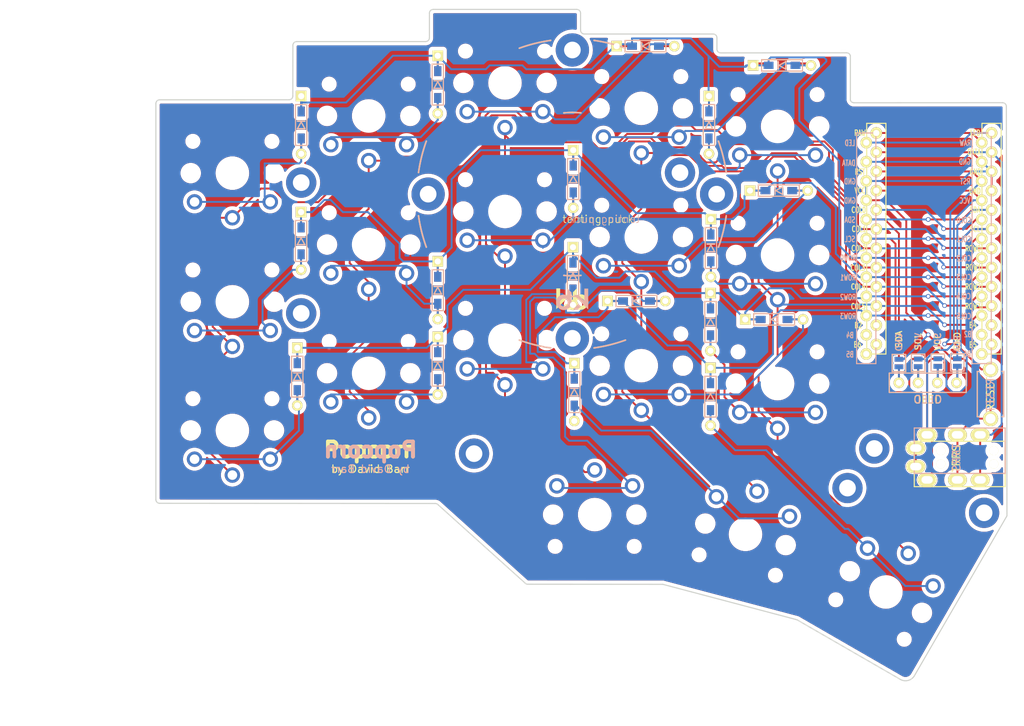
<source format=kicad_pcb>
(kicad_pcb (version 20211014) (generator pcbnew)
  (title_block (title "Popcorn") (date "2018-12-26") (rev "1.11") (company "David Barr"))
  (layers (0 "F.Cu" signal) (31 "B.Cu" signal) (34 "B.Paste" user) (35 "F.Paste" user) (36 "B.SilkS" user "B.Silkscreen") (37 "F.SilkS" user "F.Silkscreen") (38 "B.Mask" user) (39 "F.Mask" user) (44 "Edge.Cuts" user))
  (net 0 "")
  (net 1 "row0")
  (net 2 "row1")
  (net 3 "Net-(D2-Pad2)")
  (net 4 "row2")
  (net 5 "Net-(D3-Pad2)")
  (net 6 "row3")
  (net 7 "Net-(D4-Pad2)")
  (net 8 "Net-(D5-Pad2)")
  (net 9 "Net-(D6-Pad2)")
  (net 10 "Net-(D8-Pad2)")
  (net 11 "Net-(D9-Pad2)")
  (net 12 "Net-(D10-Pad2)")
  (net 13 "Net-(D11-Pad2)")
  (net 14 "Net-(D12-Pad2)")
  (net 15 "Net-(D14-Pad2)")
  (net 16 "Net-(D15-Pad2)")
  (net 17 "Net-(D16-Pad2)")
  (net 18 "Net-(D17-Pad2)")
  (net 19 "Net-(D18-Pad2)")
  (net 20 "Net-(D19-Pad2)")
  (net 21 "Net-(D20-Pad2)")
  (net 22 "Net-(D21-Pad2)")
  (net 23 "GND")
  (net 24 "VCC")
  (net 25 "col0")
  (net 26 "col1")
  (net 27 "col2")
  (net 28 "col3")
  (net 29 "col4")
  (net 30 "col5")
  (net 31 "LED")
  (net 32 "data")
  (net 33 "reset")
  (net 34 "SCL")
  (net 35 "SDA")
  (net 36 "Net-(U1-Pad14)")
  (net 37 "Net-(U1-Pad13)")
  (net 38 "Net-(U1-Pad12)")
  (net 39 "Net-(U1-Pad11)")
  (net 40 "Net-(J1-PadA)")
  (net 41 "Net-(U1-Pad24)")
  (footprint "kbd:D3_TH_SMD" (layer "F.Cu") (at 94.996 61.214 -90)
    (fp_text reference "D2" hide)
    (fp_text value "D" hide)
  )
  (footprint "kbd:D3_TH_SMD" (layer "F.Cu") (at 113.03 55.88 -90)
    (fp_text reference "D3" hide)
    (fp_text value "D" hide)
  )
  (footprint "kbd:D3_TH_SMD" (layer "F.Cu") (at 140.462 50.8)
    (fp_text reference "D4" hide)
    (fp_text value "D" hide)
  )
  (footprint "kbd:D3_TH_SMD" (layer "F.Cu") (at 158.496 53.34)
    (fp_text reference "D5" hide)
    (fp_text value "D" hide)
  )
  (footprint "kbd:D3_TH_SMD" (layer "F.Cu") (at 148.844 61.211 -90)
    (fp_text reference "D6" hide)
    (fp_text value "D" hide)
  )
  (footprint "kbd:D3_TH_SMD" (layer "F.Cu") (at 94.98 76.54 -90)
    (fp_text reference "D8" hide)
    (fp_text value "D" hide)
  )
  (footprint "kbd:D3_TH_SMD" (layer "F.Cu") (at 113.03 83.058 -90)
    (fp_text reference "D9" hide)
    (fp_text value "D" hide)
  )
  (footprint "kbd:D3_TH_SMD" (layer "F.Cu") (at 130.92 68.36 -90)
    (fp_text reference "D10" hide)
    (fp_text value "D" hide)
  )
  (footprint "kbd:D3_TH_SMD" (layer "F.Cu") (at 158.07 69.89)
    (fp_text reference "D11" hide)
    (fp_text value "D" hide)
  )
  (footprint "kbd:D3_TH_SMD" (layer "F.Cu") (at 149.098 77.47 -90)
    (fp_text reference "D12" hide)
    (fp_text value "D" hide)
  )
  (footprint "kbd:D3_TH_SMD" (layer "F.Cu") (at 94.48 94.475 -90)
    (fp_text reference "D14" hide)
    (fp_text value "D" hide)
  )
  (footprint "kbd:D3_TH_SMD" (layer "F.Cu") (at 113.03 93.025 -90)
    (fp_text reference "D15" hide)
    (fp_text value "D" hide)
  )
  (footprint "kbd:D3_TH_SMD" (layer "F.Cu") (at 130.89 81.18 -90)
    (fp_text reference "D16" hide)
    (fp_text value "D" hide)
  )
  (footprint "kbd:D3_TH_SMD" (layer "F.Cu") (at 157.45 86.91)
    (fp_text reference "D17" hide)
    (fp_text value "D" hide)
  )
  (footprint "kbd:D3_TH_SMD" (layer "F.Cu") (at 149.05 87.24 -90)
    (fp_text reference "D18" hide)
    (fp_text value "D" hide)
  )
  (footprint "kbd:D3_TH_SMD" (layer "F.Cu") (at 139.27 84.48)
    (fp_text reference "D19" hide)
    (fp_text value "D" hide)
  )
  (footprint "kbd:D3_TH_SMD" (layer "F.Cu") (at 131.064 96.52 -90)
    (fp_text reference "D20" hide)
    (fp_text value "D" hide)
  )
  (footprint "kbd:D3_TH_SMD" (layer "F.Cu") (at 149.05 97.12 -90)
    (fp_text reference "D21" hide)
    (fp_text value "D" hide)
  )
  (footprint "kbd:MJ-4PP-9" (layer "F.Cu") (at 187.96 106.012 -90)
    (fp_text reference "J1")
    (fp_text value "MJ-4PP-9" hide)
  )
  (footprint "chocs:SW_PG1350_reversible_b2" (layer "F.Cu") (at 85.91 67.58)
    (fp_text reference "SW2" hide)
    (fp_text value "SW_PUSH" hide)
  )
  (footprint "chocs:SW_PG1350_reversible_b2" (layer "F.Cu") (at 103.91 60.02)
    (fp_text reference "SW3" hide)
    (fp_text value "SW_PUSH" hide)
  )
  (footprint "chocs:SW_PG1350_reversible_b2" (layer "F.Cu") (at 121.91 55.66)
    (fp_text reference "SW4" hide)
    (fp_text value "SW_PUSH" hide)
  )
  (footprint "chocs:SW_PG1350_reversible_b2" (layer "F.Cu") (at 139.91 59.02)
    (fp_text reference "SW5" hide)
    (fp_text value "SW_PUSH" hide)
  )
  (footprint "chocs:SW_PG1350_reversible_b2" (layer "F.Cu") (at 157.91 61.4)
    (fp_text reference "SW6" hide)
    (fp_text value "SW_PUSH" hide)
  )
  (footprint "chocs:SW_PG1350_reversible_b2" (layer "F.Cu") (at 85.91 84.58)
    (fp_text reference "SW8" hide)
    (fp_text value "SW_PUSH" hide)
  )
  (footprint "chocs:SW_PG1350_reversible_b2" (layer "F.Cu") (at 103.91 77.02)
    (fp_text reference "SW9" hide)
    (fp_text value "SW_PUSH" hide)
  )
  (footprint "chocs:SW_PG1350_reversible_b2" (layer "F.Cu") (at 121.91 72.65)
    (fp_text reference "SW10" hide)
    (fp_text value "SW_PUSH" hide)
  )
  (footprint "chocs:SW_PG1350_reversible_b2" (layer "F.Cu") (at 139.91 76.02)
    (fp_text reference "SW11" hide)
    (fp_text value "SW_PUSH" hide)
  )
  (footprint "chocs:SW_PG1350_reversible_b2" (layer "F.Cu") (at 157.91 78.4)
    (fp_text reference "SW12" hide)
    (fp_text value "SW_PUSH" hide)
  )
  (footprint "chocs:SW_PG1350_reversible_b2" (layer "F.Cu") (at 85.91 101.585)
    (fp_text reference "SW14" hide)
    (fp_text value "SW_PUSH" hide)
  )
  (footprint "chocs:SW_PG1350_reversible_b2" (layer "F.Cu") (at 103.91 94.025)
    (fp_text reference "SW15" hide)
    (fp_text value "SW_PUSH" hide)
  )
  (footprint "chocs:SW_PG1350_reversible_b2" (layer "F.Cu") (at 121.91 89.65)
    (fp_text reference "SW16")
    (fp_text value "SW_PUSH" hide)
  )
  (footprint "chocs:SW_PG1350_reversible_b2" (layer "F.Cu") (at 139.91 93.025)
    (fp_text reference "SW17" hide)
    (fp_text value "SW_PUSH" hide)
  )
  (footprint "chocs:SW_PG1350_reversible_b2" (layer "F.Cu") (at 157.91 95.4)
    (fp_text reference "SW18" hide)
    (fp_text value "SW_PUSH" hide)
  )
  (footprint "chocs:SW_PG1350_reversible_b2" (layer "F.Cu") (at 133.758 112.706 180)
    (fp_text reference "SW19" hide)
    (fp_text value "SW_PUSH" hide)
  )
  (footprint "chocs:SW_PG1350_reversible_b2" (layer "F.Cu") (at 153.67 115.316 165)
    (fp_text reference "SW20" hide)
    (fp_text value "SW_PUSH" hide)
  )
  (footprint "Kailh:SW_PG1350_rev_DPB" (layer "F.Cu") (at 172.212 122.936 150)
    (fp_text reference "SW21" hide)
    (fp_text value "SW_PUSH" hide)
  )
  (footprint "kbd:ProMicro_v2" (layer "F.Cu") (at 178.51 76.752)
    (fp_text reference "U1" hide)
    (fp_text value "ProMicro" hide)
  )
  (footprint "foostan:Jumper" (layer "F.Cu") (at 179.07 92.622 -90)
    (fp_text reference "JP65" hide)
    (fp_text value "VCC")
  )
  (footprint "foostan:OLED" (layer "F.Cu") (at 173.93 95.282)
    (fp_text reference "J2")
    (fp_text value "OLED" hide)
  )
  (footprint "foostan:Jumper" (layer "F.Cu") (at 176.47 92.642 -90)
    (fp_text reference "JP63" hide)
    (fp_text value "SCL")
  )
  (footprint "foostan:Jumper" (layer "F.Cu") (at 173.93 92.672 -90)
    (fp_text reference "JP61" hide)
    (fp_text value " SDA")
  )
  (footprint "foostan:Jumper" (layer "F.Cu") (at 181.64 92.6124 -90)
    (fp_text reference "JP68" hide)
    (fp_text value "GND")
  )
  (footprint "kbd:ResetSW" (layer "F.Cu") (at 186.03 96.772 -90)
    (fp_text reference "RSW1" hide)
    (fp_text value "Val**")
  )
  (footprint "kbd:LEGO_HOLE" (layer "F.Cu") (at 170.68 103.972)
    (fp_text reference "h2" hide)
    (fp_text value "h2")
  )
  (footprint "kbd:LEGO_HOLE" (layer "F.Cu") (at 185.18 112.472)
    (fp_text reference "H1" hide)
    (fp_text value "h1")
  )
  (footprint "kbd:LEGO_HOLE" (layer "F.Cu") (at 94.996 68.834)
    (fp_text reference "h2" hide)
    (fp_text value "h2")
  )
  (footprint "kbd:LEGO_HOLE" (layer "F.Cu") (at 145.02 67.52)
    (fp_text reference "h2" hide)
    (fp_text value "h2")
  )
  (footprint "kbd:LEGO_HOLE" (layer "F.Cu") (at 117.82 104.65)
    (fp_text reference "h2" hide)
    (fp_text value "h2")
  )
  (footprint "kbd:LEGO_HOLE" (layer "F.Cu") (at 167.14 109.2)
    (fp_text reference "h2" hide)
    (fp_text value "h2")
  )
  (footprint "kbd:LEGO_HOLE" (layer "F.Cu") (at 94.996 86.106)
    (fp_text reference "h2" hide)
    (fp_text value "h2")
  )
  (footprint "kbd:Tenting_Puck2" (layer "F.Cu") (at 130.81 70.358)
    (fp_text reference "REF**")
    (fp_text value "Tenting Puck")
  )
  (footprint "foostan:Jumper" (layer "B.Cu") (at 176.48 92.652 -90)
    (fp_text reference "JP64" hide)
    (fp_text value "VCC")
  )
  (footprint "foostan:Jumper" (layer "B.Cu") (at 173.93 92.6816 -90)
    (fp_text reference "JP62" hide)
    (fp_text value "GND")
  )
  (footprint "foostan:Jumper" (layer "B.Cu") (at 181.64 92.602 -90)
    (fp_text reference "JP6" hide)
    (fp_text value " SDA")
  )
  (footprint "foostan:Jumper" (layer "B.Cu") (at 179.06 92.622 -90)
    (fp_text reference "JP66" hide)
    (fp_text value "SCL")
  )
  (gr_line (start 187.62 58.272) (end 167.999902 58.28202) (layer "Edge.Cuts") (width 0.15))
  (gr_line (start 93.39 57.89) (end 76.30552 57.89402) (layer "Edge.Cuts") (width 0.15))
  (gr_arc (start 112.7 111.24) (mid 112.878081 111.272788) (end 113.032807 111.366852) (layer "Edge.Cuts") (width 0.15))
  (gr_arc (start 124.845863 121.904977) (mid 124.696919 121.853443) (end 124.57 121.76) (layer "Edge.Cuts") (width 0.15))
  (gr_line (start 113.032807 111.366852) (end 124.57 121.76) (layer "Edge.Cuts") (width 0.15))
  (gr_arc (start 175.95 134.05) (mid 175.064806 134.640152) (end 174.021988 134.429491) (layer "Edge.Cuts") (width 0.15))
  (gr_arc (start 160.260512 126.549203) (mid 160.36294 126.575033) (end 160.46452 126.60402) (layer "Edge.Cuts") (width 0.15))
  (gr_line (start 175.95 134.05) (end 188.2 112.87) (layer "Edge.Cuts") (width 0.15))
  (gr_line (start 160.46452 126.60402) (end 174.021988 134.429491) (layer "Edge.Cuts") (width 0.15))
  (gr_line (start 142.748 121.92) (end 160.260512 126.549203) (layer "Edge.Cuts") (width 0.15))
  (gr_line (start 112.7 111.24) (end 76.30552 111.212) (layer "Edge.Cuts") (width 0.15))
  (gr_arc (start 167.03 51.68) (mid 167.346236 51.792708) (end 167.519902 52.08002) (layer "Edge.Cuts") (width 0.15))
  (gr_arc (start 167.999902 58.28202) (mid 167.699902 58.18202) (end 167.519902 57.92202) (layer "Edge.Cuts") (width 0.15))
  (gr_line (start 167.03 51.68) (end 150.39952 51.69402) (layer "Edge.Cuts") (width 0.15))
  (gr_arc (start 93.89 57.39) (mid 93.743553 57.743553) (end 93.39 57.89) (layer "Edge.Cuts") (width 0.15))
  (gr_arc (start 93.89952 50.69402) (mid 94.045967 50.340467) (end 94.39952 50.19402) (layer "Edge.Cuts") (width 0.15))
  (gr_line (start 131.38952 45.94402) (end 112.42952 45.94402) (layer "Edge.Cuts") (width 0.15))
  (gr_line (start 131.88952 48.69402) (end 131.88952 46.44402) (layer "Edge.Cuts") (width 0.15))
  (gr_line (start 149.39952 49.19402) (end 132.38952 49.19402) (layer "Edge.Cuts") (width 0.15))
  (gr_line (start 149.89952 51.19402) (end 149.89952 49.69402) (layer "Edge.Cuts") (width 0.15))
  (gr_line (start 93.89952 50.69402) (end 93.89 57.39) (layer "Edge.Cuts") (width 0.15))
  (gr_line (start 111.42952 50.19402) (end 94.39952 50.19402) (layer "Edge.Cuts") (width 0.15))
  (gr_line (start 111.92952 46.44402) (end 111.92952 49.69402) (layer "Edge.Cuts") (width 0.15))
  (gr_arc (start 111.92952 49.69402) (mid 111.783073 50.047573) (end 111.42952 50.19402) (layer "Edge.Cuts") (width 0.15))
  (gr_arc (start 111.92952 46.44402) (mid 112.075967 46.090467) (end 112.42952 45.94402) (layer "Edge.Cuts") (width 0.15))
  (gr_arc (start 131.38952 45.94402) (mid 131.743073 46.090467) (end 131.88952 46.44402) (layer "Edge.Cuts") (width 0.15))
  (gr_arc (start 132.38952 49.19402) (mid 132.035967 49.047573) (end 131.88952 48.69402) (layer "Edge.Cuts") (width 0.15))
  (gr_arc (start 149.39952 49.19402) (mid 149.753073 49.340467) (end 149.89952 49.69402) (layer "Edge.Cuts") (width 0.15))
  (gr_arc (start 150.39952 51.69402) (mid 150.045967 51.547573) (end 149.89952 51.19402) (layer "Edge.Cuts") (width 0.15))
  (gr_arc (start 187.62 58.272) (mid 187.973553 58.418447) (end 188.12 58.772) (layer "Edge.Cuts") (width 0.15))
  (gr_arc (start 75.80552 58.39402) (mid 75.951967 58.040467) (end 76.30552 57.89402) (layer "Edge.Cuts") (width 0.15))
  (gr_line (start 75.80552 110.712) (end 75.80552 58.39402) (layer "Edge.Cuts") (width 0.15))
  (gr_arc (start 76.30552 111.212) (mid 75.951967 111.065553) (end 75.80552 110.712) (layer "Edge.Cuts") (width 0.15))
  (gr_line (start 167.519902 52.08002) (end 167.519902 57.92202) (layer "Edge.Cuts") (width 0.15))
  (gr_line (start 124.845863 121.904977) (end 142.748 121.92) (layer "Edge.Cuts") (width 0.15))
  (gr_line (start 188.12 58.772) (end 188.2 112.87) (layer "Edge.Cuts") (width 0.15))
  (gr_text "Popcorn" (at 104.14 104.14) (layer "B.SilkS") (effects (font (size 2 2) (thickness 0.5)) (justify mirror)))
  (gr_text "by David Barr" (at 104.14 106.68) (layer "B.SilkS") (effects (font (size 1 1)) (justify mirror)))
  (gr_text "Popcorn" (at 104.14 104.14) (layer "F.SilkS") (effects (font (size 2 2) (thickness 0.5))))
  (gr_text "by David Barr" (at 104.14 106.68) (layer "F.SilkS") (effects (font (size 1 1))))
  (segment (start 182.328 78.784) (end 177.8 78.784) (width 0.25) (layer "F.Cu") (net 1))
  (segment (start 156.213 53.086) (end 154.178 53.086) (width 0.25) (layer "F.Cu") (net 1))
  (segment (start 94.996 57.404) (end 94.996 59.439) (width 0.25) (layer "F.Cu") (net 1))
  (segment (start 183.598 77.514) (end 182.328 78.784) (width 0.25) (layer "F.Cu") (net 1))
  (segment (start 148.844 57.401) (end 148.844 59.436) (width 0.25) (layer "F.Cu") (net 1))
  (segment (start 113.03 54.105) (end 113.03 52.07) (width 0.25) (layer "F.Cu") (net 1))
  (segment (start 138.687 50.8) (end 136.652 50.8) (width 0.25) (layer "F.Cu") (net 1))
  (segment (start 186.1664 77.514) (end 183.598 77.514) (width 0.25) (layer "F.Cu") (net 1))
  (via (at 177.8 78.784) (size 0.6) (drill 0.4) (layers "F.Cu" "B.Cu") (net 1))
  (segment (start 156.721 52.578) (end 157.013001 52.285999) (width 0.25) (layer "B.Cu") (net 1))
  (segment (start 164.338 52.578) (end 164.338 52.832) (width 0.25) (layer "B.Cu") (net 1))
  (segment (start 138.687 50.8) (end 138.687 49.781) (width 0.25) (layer "B.Cu") (net 1))
  (segment (start 150.2 53.52) (end 153.596 53.52) (width 0.25) (layer "B.Cu") (net 1))
  (segment (start 164.338 52.832) (end 160.774499 56.395501) (width 0.25) (layer "B.Cu") (net 1))
  (segment (start 166.05 77.15) (end 167.684 78.784) (width 0.25) (layer "B.Cu") (net 1))
  (segment (start 160.774499 56.395501) (end 160.774499 60.674499) (width 0.25) (layer "B.Cu") (net 1))
  (segment (start 113.03 54.105) (end 113.03 52.07) (width 0.25) (layer "B.Cu") (net 1))
  (segment (start 153.596 53.52) (end 153.744 53.52) (width 0.25) (layer "B.Cu") (net 1))
  (segment (start 167.684 78.784) (end 169.62 78.784) (width 0.25) (layer "B.Cu") (net 1))
  (segment (start 119.888 53.34) (end 124.206 53.34) (width 0.25) (layer "B.Cu") (net 1))
  (segment (start 124.206 53.34) (end 124.714 53.848) (width 0.25) (layer "B.Cu") (net 1))
  (segment (start 149.051 52.371) (end 150.2 53.52) (width 0.25) (layer "B.Cu") (net 1))
  (segment (start 148.844 59.436) (end 148.844 57.401) (width 0.25) (layer "B.Cu") (net 1))
  (segment (start 138.691501 49.776499) (end 146.456499 49.776499) (width 0.25) (layer "B.Cu") (net 1))
  (segment (start 138.687 49.781) (end 138.691501 49.776499) (width 0.25) (layer "B.Cu") (net 1))
  (segment (start 166.05 65.95) (end 166.05 77.15) (width 0.25) (layer "B.Cu") (net 1))
  (segment (start 124.714 53.848) (end 133.35 53.848) (width 0.25) (layer "B.Cu") (net 1))
  (segment (start 154.686 53.34) (end 153.776 53.34) (width 0.25) (layer "B.Cu") (net 1))
  (segment (start 114.808 53.848) (end 119.38 53.848) (width 0.25) (layer "B.Cu") (net 1))
  (segment (start 148.797 57.354) (end 148.844 57.401) (width 0.25) (layer "B.Cu") (net 1))
  (segment (start 156.721 53.34) (end 156.721 52.578) (width 0.25) (layer "B.Cu") (net 1))
  (segment (start 154.686 53.34) (end 156.721 53.34) (width 0.25) (layer "B.Cu") (net 1))
  (segment (start 133.35 53.848) (end 136.652 50.546) (width 0.25) (layer "B.Cu") (net 1))
  (segment (start 107.100334 52.07) (end 113.03 52.07) (width 0.25) (layer "B.Cu") (net 1))
  (segment (start 94.996 59.439) (end 94.996 57.404) (width 0.25) (layer "B.Cu") (net 1))
  (segment (start 157.013001 52.285999) (end 164.045999 52.285999) (width 0.25) (layer "B.Cu") (net 1))
  (segment (start 100.921167 58.249167) (end 107.100334 52.07) (width 0.25) (layer "B.Cu") (net 1))
  (segment (start 160.774499 60.674499) (end 163.842 63.742) (width 0.25) (layer "B.Cu") (net 1))
  (segment (start 169.62 78.784) (end 177.8 78.784) (width 0.25) (layer "B.Cu") (net 1))
  (segment (start 148.797 52.117) (end 148.797 57.354) (width 0.25) (layer "B.Cu") (net 1))
  (segment (start 94.996 58.42) (end 95.166833 58.249167) (width 0.25) (layer "B.Cu") (net 1))
  (segment (start 113.03 52.07) (end 114.808 53.848) (width 0.25) (layer "B.Cu") (net 1))
  (segment (start 95.166833 58.249167) (end 100.921167 58.249167) (width 0.25) (layer "B.Cu") (net 1))
  (segment (start 149.051 52.371) (end 148.89 52.21) (width 0.25) (layer "B.Cu") (net 1))
  (segment (start 119.38 53.848) (end 119.888 53.34) (width 0.25) (layer "B.Cu") (net 1))
  (segment (start 146.456499 49.776499) (end 148.797 52.117) (width 0.25) (layer "B.Cu") (net 1))
  (segment (start 164.045999 52.285999) (end 164.338 52.578) (width 0.25) (layer "B.Cu") (net 1))
  (segment (start 163.842 63.742) (end 166.05 65.95) (width 0.25) (layer "B.Cu") (net 1))
  (segment (start 148.75 52.07) (end 148.89 52.21) (width 0.25) (layer "B.Cu") (net 1))
  (segment (start 153.776 53.34) (end 153.596 53.52) (width 0.25) (layer "B.Cu") (net 1))
  (segment (start 136.652 50.546) (end 138.687 50.546) (width 0.25) (layer "B.Cu") (net 1))
  (segment (start 148.797 52.117) (end 149.051 52.371) (width 0.25) (layer "B.Cu") (net 1))
  (segment (start 113.03 81.283) (end 113.03 79.248) (width 0.25) (layer "F.Cu") (net 2))
  (segment (start 149.098 73.66) (end 149.098 75.695) (width 0.25) (layer "F.Cu") (net 2))
  (segment (start 94.98 74.765) (end 94.98 72.73) (width 0.25) (layer "F.Cu") (net 2))
  (segment (start 156.295 69.89) (end 154.26 69.89) (width 0.25) (layer "F.Cu") (net 2))
  (segment (start 183.852 80.054) (end 182.582 81.324) (width 0.25) (layer "F.Cu") (net 2))
  (segment (start 182.582 81.324) (end 177.8 81.324) (width 0.25) (layer "F.Cu") (net 2))
  (segment (start 186.1664 80.054) (end 183.852 80.054) (width 0.25) (layer "F.Cu") (net 2))
  (segment (start 130.92 64.55) (end 130.92 66.585) (width 0.25) (layer "F.Cu") (net 2))
  (via (at 177.8 81.324) (size 0.6) (drill 0.4) (layers "F.Cu" "B.Cu") (net 2))
  (segment (start 165.59999 72.095208) (end 162.371281 68.866499) (width 0.25) (layer "B.Cu") (net 2))
  (segment (start 149.098 73.66) (end 152.015954 73.66) (width 0.25) (layer "B.Cu") (net 2))
  (segment (start 153.539954 72.136) (end 153.539954 70.610046) (width 0.25) (layer "B.Cu") (net 2))
  (segment (start 96.434 72.73) (end 98.044 71.12) (width 0.25) (layer "B.Cu") (net 2))
  (segment (start 118.695 64.55) (end 114.8635 68.3815) (width 0.25) (layer "B.Cu") (net 2))
  (segment (start 130.92 64.55) (end 130.92 66.585) (width 0.25) (layer "B.Cu") (net 2))
  (segment (start 107.993341 76.918659) (end 107.993341 78.783341) (width 0.25) (layer "B.Cu") (net 2))
  (segment (start 148.303 72.865) (end 149.098 73.66) (width 0.25) (layer "B.Cu") (net 2))
  (segment (start 98.044 71.12) (end 98.888 71.12) (width 0.25) (layer "B.Cu") (net 2))
  (segment (start 165.59999 78.22399) (end 165.59999 72.095208) (width 0.25) (layer "B.Cu") (net 2))
  (segment (start 130.92 64.55) (end 118.695 64.55) (width 0.25) (layer "B.Cu") (net 2))
  (segment (start 130.92 64.55) (end 139.235 72.865) (width 0.25) (layer "B.Cu") (net 2))
  (segment (start 168.7 81.324) (end 165.59999 78.22399) (width 0.25) (layer "B.Cu") (net 2))
  (segment (start 94.98 72.73) (end 96.434 72.73) (width 0.25) (layer "B.Cu") (net 2))
  (segment (start 108.458 79.248) (end 113.03 79.248) (width 0.25) (layer "B.Cu") (net 2))
  (segment (start 114.8635 77.4145) (end 114.8635 68.3815) (width 0.25) (layer "B.Cu") (net 2))
  (segment (start 94.98 72.73) (end 94.98 74.765) (width 0.25) (layer "B.Cu") (net 2))
  (segment (start 98.888 71.12) (end 100.498 72.73) (width 0.25) (layer "B.Cu") (net 2))
  (segment (start 169.62 81.324) (end 177.8 81.324) (width 0.25) (layer "B.Cu") (net 2))
  (segment (start 113.03 79.248) (end 113.03 81.283) (width 0.25) (layer "B.Cu") (net 2))
  (segment (start 103.804682 72.73) (end 107.993341 76.918659) (width 0.25) (layer "B.Cu") (net 2))
  (segment (start 139.235 72.865) (end 148.303 72.865) (width 0.25) (layer "B.Cu") (net 2))
  (segment (start 113.03 79.248) (end 114.8635 77.4145) (width 0.25) (layer "B.Cu") (net 2))
  (segment (start 156.295 69.89) (end 154.26 69.89) (width 0.25) (layer "B.Cu") (net 2))
  (segment (start 100.498 72.73) (end 103.804682 72.73) (width 0.25) (layer "B.Cu") (net 2))
  (segment (start 169.62 81.324) (end 168.7 81.324) (width 0.25) (layer "B.Cu") (net 2))
  (segment (start 153.539954 70.610046) (end 154.26 69.89) (width 0.25) (layer "B.Cu") (net 2))
  (segment (start 107.993341 78.783341) (end 108.458 79.248) (width 0.25) (layer "B.Cu") (net 2))
  (segment (start 157.318501 68.866499) (end 156.295 69.89) (width 0.25) (layer "B.Cu") (net 2))
  (segment (start 162.371281 68.866499) (end 157.318501 68.866499) (width 0.25) (layer "B.Cu") (net 2))
  (segment (start 152.015954 73.66) (end 153.539954 72.136) (width 0.25) (layer "B.Cu") (net 2))
  (segment (start 149.098 73.66) (end 149.098 75.695) (width 0.25) (layer "B.Cu") (net 2))
  (segment (start 94.996 62.989) (end 94.996 65.024) (width 0.25) (layer "F.Cu") (net 3))
  (segment (start 94.996 66.056) (end 94.75 66.302) (width 0.25) (layer "B.Cu") (net 3))
  (segment (start 90.178 70.648) (end 90.91 71.38) (width 0.25) (layer "B.Cu") (net 3))
  (segment (start 94.75 66.302) (end 90.178 66.302) (width 0.25) (layer "B.Cu") (net 3))
  (segment (start 94.996 62.989) (end 94.996 65.024) (width 0.25) (layer "B.Cu") (net 3))
  (segment (start 90.178 66.302) (end 90.178 70.648) (width 0.25) (layer "B.Cu") (net 3))
  (segment (start 94.996 65.024) (end 94.996 66.056) (width 0.25) (layer "B.Cu") (net 3))
  (segment (start 90.91 71.38) (end 80.91 71.38) (width 0.25) (layer "B.Cu") (net 3))
  (segment (start 94.48 90.665) (end 94.48 92.7) (width 0.25) (layer "F.Cu") (net 4))
  (segment (start 149.05 83.43) (end 149.05 85.465) (width 0.25) (layer "F.Cu") (net 4))
  (segment (start 155.675 86.91) (end 153.64 86.91) (width 0.25) (layer "F.Cu") (net 4))
  (segment (start 186.1664 82.594) (end 184.106 82.594) (width 0.25) (layer "F.Cu") (net 4))
  (segment (start 184.106 82.594) (end 182.836 83.864) (width 0.25) (layer "F.Cu") (net 4))
  (segment (start 130.89 77.37) (end 130.89 79.405) (width 0.25) (layer "F.Cu") (net 4))
  (segment (start 182.836 83.864) (end 177.8 83.864) (width 0.25) (layer "F.Cu") (net 4))
  (segment (start 113.03 89.215) (end 113.03 91.25) (width 0.25) (layer "F.Cu") (net 4))
  (via (at 177.8 83.864) (size 0.6) (drill 0.4) (layers "F.Cu" "B.Cu") (net 4))
  (segment (start 133.9715 81.4) (end 137 81.4) (width 0.25) (layer "B.Cu") (net 4))
  (segment (start 130.89 77.37) (end 130.89 79.405) (width 0.25) (layer "B.Cu") (net 4))
  (segment (start 94.48 90.665) (end 111.58 90.665) (width 0.25) (layer "B.Cu") (net 4))
  (segment (start 111.58 90.665) (end 113.03 89.215) (width 0.25) (layer "B.Cu") (net 4))
  (segment (start 161 84.1) (end 163.296 84.1) (width 0.25) (layer "B.Cu") (net 4))
  (segment (start 130.89 78.3185) (end 133.9715 81.4) (width 0.25) (layer "B.Cu") (net 4))
  (segment (start 144.53 83.43) (end 149.05 83.43) (width 0.25) (layer "B.Cu") (net 4))
  (segment (start 153.64 85.9615) (end 156.8015 82.8) (width 0.25) (layer "B.Cu") (net 4))
  (segment (start 94.48 90.665) (end 94.48 92.7) (width 0.25) (layer "B.Cu") (net 4))
  (segment (start 156.8015 82.8) (end 159.7 82.8) (width 0.25) (layer "B.Cu") (net 4))
  (segment (start 149.05 85.465) (end 149.05 83.43) (width 0.25) (layer "B.Cu") (net 4))
  (segment (start 163.296 84.1) (end 169.384 84.1) (width 0.25) (layer "B.Cu") (net 4))
  (segment (start 116.4 83) (end 114.305 85.095) (width 0.25) (layer "B.Cu") (net 4))
  (segment (start 141.678999 80.578999) (end 144.53 83.43) (width 0.25) (layer "B.Cu") (net 4))
  (segment (start 153.64 86.91) (end 153.64 85.9615) (width 0.25) (layer "B.Cu") (net 4))
  (segment (start 114.305 85.095) (end 114.305 87.94) (width 0.25) (layer "B.Cu") (net 4))
  (segment (start 113.03 91.25) (end 113.03 89.215) (width 0.25) (layer "B.Cu") (net 4))
  (segment (start 137 81.4) (end 137.821001 80.578999) (width 0.25) (layer "B.Cu") (net 4))
  (segment (start 169.384 84.1) (end 169.62 83.864) (width 0.25) (layer "B.Cu") (net 4))
  (segment (start 130.89 77.37) (end 130.89 78.3185) (width 0.25) (layer "B.Cu") (net 4))
  (segment (start 169.62 83.864) (end 177.8 83.864) (width 0.25) (layer "B.Cu") (net 4))
  (segment (start 130.89 77.37) (end 125.26 83) (width 0.25) (layer "B.Cu") (net 4))
  (segment (start 114.305 87.94) (end 113.03 89.215) (width 0.25) (layer "B.Cu") (net 4))
  (segment (start 150.16 83.43) (end 153.64 86.91) (width 0.25) (layer "B.Cu") (net 4))
  (segment (start 159.7 82.8) (end 161 84.1) (width 0.25) (layer "B.Cu") (net 4))
  (segment (start 125.26 83) (end 116.4 83) (width 0.25) (layer "B.Cu") (net 4))
  (segment (start 137.821001 80.578999) (end 141.678999 80.578999) (width 0.25) (layer "B.Cu") (net 4))
  (segment (start 149.05 83.43) (end 150.16 83.43) (width 0.25) (layer "B.Cu") (net 4))
  (segment (start 155.675 86.91) (end 153.64 86.91) (width 0.25) (layer "B.Cu") (net 4))
  (segment (start 113.03 59.69) (end 113.03 57.655) (width 0.25) (layer "F.Cu") (net 5))
  (segment (start 113.03 60.57) (end 113.03 59.69) (width 0.25) (layer "B.Cu") (net 5))
  (segment (start 110.78 62.82) (end 113.03 60.57) (width 0.25) (layer "B.Cu") (net 5))
  (segment (start 98.91 62.82) (end 108.91 62.82) (width 0.25) (layer "B.Cu") (net 5))
  (segment (start 108.91 62.82) (end 110.78 62.82) (width 0.25) (layer "B.Cu") (net 5))
  (segment (start 113.03 59.69) (end 113.03 57.655) (width 0.25) (layer "B.Cu") (net 5))
  (segment (start 149.05 95.345) (end 149.05 93.31) (width 0.25) (layer "F.Cu") (net 6))
  (segment (start 185.983401 85.316999) (end 186.1664 85.134) (width 0.25) (layer "F.Cu") (net 6))
  (segment (start 131.064 92.71) (end 131.064 94.745) (width 0.25) (layer "F.Cu") (net 6))
  (segment (start 183.923001 85.316999) (end 185.983401 85.316999) (width 0.25) (layer "F.Cu") (net 6))
  (segment (start 137.495 84.48) (end 135.46 84.48) (width 0.25) (layer "F.Cu") (net 6))
  (segment (start 182.836 86.404) (end 183.923001 85.316999) (width 0.25) (layer "F.Cu") (net 6))
  (segment (start 177.8 86.404) (end 182.836 86.404) (width 0.25) (layer "F.Cu") (net 6))
  (via (at 177.8 86.404) (size 0.6) (drill 0.4) (layers "F.Cu" "B.Cu") (net 6))
  (segment (start 134.259501 86.628999) (end 128.509001 86.628999) (width 0.25) (layer "B.Cu") (net 6))
  (segment (start 137.495 84.48) (end 143.382 90.367) (width 0.25) (layer "B.Cu") (net 6))
  (segment (start 157.3 86.7) (end 158.3 85.7) (width 0.25) (layer "B.Cu") (net 6))
  (segment (start 128.552433 91.214433) (end 130.048 92.71) (width 0.25) (layer "B.Cu") (net 6))
  (segment (start 126.234099 88.903901) (end 126.234099 91.214433) (width 0.25) (layer "B.Cu") (net 6))
  (segment (start 135.46 84.48) (end 135.46 85.4285) (width 0.25) (layer "B.Cu") (net 6))
  (segment (start 130.048 92.71) (end 131.064 92.71) (width 0.25) (layer "B.Cu") (net 6))
  (segment (start 126.234099 91.214433) (end 128.552433 91.214433) (width 0.25) (layer "B.Cu") (net 6))
  (segment (start 168.916 85.7) (end 169.62 86.404) (width 0.25) (layer "B.Cu") (net 6))
  (segment (start 135.46 85.4285) (end 134.259501 86.628999) (width 0.25) (layer "B.Cu") (net 6))
  (segment (start 149.05 93.31) (end 155.49 93.31) (width 0.25) (layer "B.Cu") (net 6))
  (segment (start 157.3 91.5) (end 157.3 86.7) (width 0.25) (layer "B.Cu") (net 6))
  (segment (start 149.05 95.345) (end 149.05 93.31) (width 0.25) (layer "B.Cu") (net 6))
  (segment (start 137.495 84.48) (end 135.46 84.48) (width 0.25) (layer "B.Cu") (net 6))
  (segment (start 128.509001 86.628999) (end 126.234099 88.903901) (width 0.25) (layer "B.Cu") (net 6))
  (segment (start 146.107 90.367) (end 149.05 93.31) (width 0.25) (layer "B.Cu") (net 6))
  (segment (start 158.3 85.7) (end 168.916 85.7) (width 0.25) (layer "B.Cu") (net 6))
  (segment (start 169.62 86.404) (end 177.8 86.404) (width 0.25) (layer "B.Cu") (net 6))
  (segment (start 143.382 90.367) (end 146.107 90.367) (width 0.25) (layer "B.Cu") (net 6))
  (segment (start 155.49 93.31) (end 157.3 91.5) (width 0.25) (layer "B.Cu") (net 6))
  (segment (start 131.064 92.71) (end 131.064 94.745) (width 0.25) (layer "B.Cu") (net 6))
  (segment (start 142.237 50.8) (end 144.272 50.8) (width 0.25) (layer "F.Cu") (net 7))
  (segment (start 142.237 50.546) (end 141.143666 50.546) (width 0.25) (layer "B.Cu") (net 7))
  (segment (start 127.516 59.46) (end 128.516 60.46) (width 0.25) (layer "B.Cu") (net 7))
  (segment (start 141.143666 50.546) (end 131.229666 60.46) (width 0.25) (layer "B.Cu") (net 7))
  (segment (start 131.229666 60.46) (end 128.516 60.46) (width 0.25) (layer "B.Cu") (net 7))
  (segment (start 142.237 50.546) (end 144.272 50.546) (width 0.25) (layer "B.Cu") (net 7))
  (segment (start 126.91 59.46) (end 116.91 59.46) (width 0.25) (layer "B.Cu") (net 7))
  (segment (start 126.91 59.46) (end 127.516 59.46) (width 0.25) (layer "B.Cu") (net 7))
  (segment (start 159.763 53.086) (end 161.798 53.086) (width 0.25) (layer "F.Cu") (net 8))
  (segment (start 145.719001 62.010999) (end 144.91 62.82) (width 0.25) (layer "B.Cu") (net 8))
  (segment (start 159.763 53.086) (end 158.863 53.086) (width 0.25) (layer "B.Cu") (net 8))
  (segment (start 149.938001 62.010999) (end 145.719001 62.010999) (width 0.25) (layer "B.Cu") (net 8))
  (segment (start 158.863 53.086) (end 149.938001 62.010999) (width 0.25) (layer "B.Cu") (net 8))
  (segment (start 134.91 62.82) (end 144.91 62.82) (width 0.25) (layer "B.Cu") (net 8))
  (segment (start 160.271 53.34) (end 162.306 53.34) (width 0.25) (layer "B.Cu") (net 8))
  (segment (start 148.844 62.986) (end 148.844 65.021) (width 0.25) (layer "F.Cu") (net 9))
  (segment (start 152.91 65.2) (end 162.91 65.2) (width 0.25) (layer "B.Cu") (net 9))
  (segment (start 152.91 66.69) (end 152.472 67.128) (width 0.25) (layer "B.Cu") (net 9))
  (segment (start 152.472 67.128) (end 150.27659 67.128) (width 0.25) (layer "B.Cu") (net 9))
  (segment (start 150.27659 67.128) (end 148.44999 65.3014) (width 0.25) (layer "B.Cu") (net 9))
  (segment (start 148.844 62.986) (end 148.844 65.021) (width 0.25) (layer "B.Cu") (net 9))
  (segment (start 152.91 65.2) (end 152.91 66.69) (width 0.25) (layer "B.Cu") (net 9))
  (segment (start 148.44999 65.3014) (end 148.44999 65.021) (width 0.25) (layer "B.Cu") (net 9))
  (segment (start 94.98 80.35) (end 94.98 78.315) (width 0.25) (layer "F.Cu") (net 10))
  (segment (start 94.98 78.315) (end 94.98 80.35) (width 0.25) (layer "B.Cu") (net 10))
  (segment (start 90.91 88.38) (end 89.894001 87.364001) (width 0.25) (layer "B.Cu") (net 10))
  (segment (start 89.894001 87.364001) (end 89.894001 84.355665) (width 0.25) (layer "B.Cu") (net 10))
  (segment (start 89.894001 84.355665) (end 93.899666 80.35) (width 0.25) (layer "B.Cu") (net 10))
  (segment (start 80.91 88.38) (end 88.404 88.38) (width 0.25) (layer "B.Cu") (net 10))
  (segment (start 93.899666 80.35) (end 94.98 80.35) (width 0.25) (layer "B.Cu") (net 10))
  (segment (start 90.91 88.38) (end 88.404 88.38) (width 0.25) (layer "B.Cu") (net 10))
  (segment (start 113.03 84.833) (end 113.03 86.868) (width 0.25) (layer "F.Cu") (net 11))
  (segment (start 98.91 79.82) (end 108.91 79.82) (width 0.25) (layer "B.Cu") (net 11))
  (segment (start 111.249 84.833) (end 113.03 84.833) (width 0.25) (layer "B.Cu") (net 11))
  (segment (start 113.03 84.833) (end 113.03 86.868) (width 0.25) (layer "B.Cu") (net 11))
  (segment (start 108.91 82.494) (end 111.249 84.833) (width 0.25) (layer "B.Cu") (net 11))
  (segment (start 108.91 79.82) (end 108.91 82.494) (width 0.25) (layer "B.Cu") (net 11))
  (segment (start 130.92 70.135) (end 130.92 72.17) (width 0.25) (layer "F.Cu") (net 12))
  (segment (start 130.92 72.17) (end 130.92 73.44) (width 0.25) (layer "B.Cu") (net 12))
  (segment (start 130.92 73.44) (end 126.91 77.45) (width 0.25) (layer "B.Cu") (net 12))
  (segment (start 130.92 72.17) (end 130.92 70.135) (width 0.25) (layer "B.Cu") (net 12))
  (segment (start 116.91 76.45) (end 126.91 76.45) (width 0.25) (layer "B.Cu") (net 12))
  (segment (start 161.88 69.89) (end 159.845 69.89) (width 0.25) (layer "F.Cu") (net 13))
  (segment (start 134.91 79.82) (end 144.91 79.82) (width 0.25) (layer "B.Cu") (net 13))
  (segment (start 148.03 76.7) (end 152.8 76.7) (width 0.25) (layer "B.Cu") (net 13))
  (segment (start 155.07 76.7) (end 152.8 76.7) (width 0.25) (layer "B.Cu") (net 13))
  (segment (start 161.88 69.89) (end 155.07 76.7) (width 0.25) (layer "B.Cu") (net 13))
  (segment (start 159.845 69.89) (end 161.88 69.89) (width 0.25) (layer "B.Cu") (net 13))
  (segment (start 144.91 79.82) (end 148.03 76.7) (width 0.25) (layer "B.Cu") (net 13))
  (segment (start 149.098 79.245) (end 149.098 81.28) (width 0.25) (layer "F.Cu") (net 14))
  (segment (start 152.91 82.2) (end 150.018 82.2) (width 0.25) (layer "B.Cu") (net 14))
  (segment (start 152.91 82.2) (end 162.91 82.2) (width 0.25) (layer "B.Cu") (net 14))
  (segment (start 150.018 82.2) (end 149.098 81.28) (width 0.25) (layer "B.Cu") (net 14))
  (segment (start 149.098 81.28) (end 149.098 79.245) (width 0.25) (layer "B.Cu") (net 14))
  (segment (start 94.48 96.25) (end 94.48 98.285) (width 0.25) (layer "F.Cu") (net 15))
  (segment (start 80.91 105.385) (end 90.91 105.385) (width 0.25) (layer "B.Cu") (net 15))
  (segment (start 90.91 105.385) (end 94.695 101.6) (width 0.25) (layer "B.Cu") (net 15))
  (segment (start 94.695 101.6) (end 94.695 98.5) (width 0.25) (layer "B.Cu") (net 15))
  (segment (start 94.695 98.5) (end 94.48 98.285) (width 0.25) (layer "B.Cu") (net 15))
  (segment (start 94.48 96.25) (end 94.48 98.285) (width 0.25) (layer "B.Cu") (net 15))
  (segment (start 113.03 94.8) (end 113.03 96.835) (width 0.25) (layer "F.Cu") (net 16))
  (segment (start 113.03 96.835) (end 113.03 94.8) (width 0.25) (layer "B.Cu") (net 16))
  (segment (start 98.91 96.825) (end 108.91 96.825) (width 0.25) (layer "B.Cu") (net 16))
  (segment (start 113.03 96.835) (end 108.92 96.835) (width 0.25) (layer "B.Cu") (net 16))
  (segment (start 108.92 96.835) (end 108.91 96.825) (width 0.25) (layer "B.Cu") (net 16))
  (segment (start 130.89 82.955) (end 130.89 84.99) (width 0.25) (layer "F.Cu") (net 17))
  (segment (start 130.89 84.99) (end 130.89 82.955) (width 0.25) (layer "B.Cu") (net 17))
  (segment (start 124.714 92.58441) (end 126.04441 92.58441) (width 0.25) (layer "B.Cu") (net 17))
  (segment (start 126.91 93.45) (end 116.91 93.45) (width 0.25) (layer "B.Cu") (net 17))
  (segment (start 124.714 84.328) (end 124.714 92.58441) (width 0.25) (layer "B.Cu") (net 17))
  (segment (start 129.466 83.566) (end 125.476 83.566) (width 0.25) (layer "B.Cu") (net 17))
  (segment (start 125.476 83.566) (end 124.714 84.328) (width 0.25) (layer "B.Cu") (net 17))
  (segment (start 130.89 84.99) (end 129.466 83.566) (width 0.25) (layer "B.Cu") (net 17))
  (segment (start 126.04441 92.58441) (end 126.91 93.45) (width 0.25) (layer "B.Cu") (net 17))
  (segment (start 159.225 86.91) (end 161.26 86.91) (width 0.25) (layer "F.Cu") (net 18))
  (segment (start 161.26 86.91) (end 159.225 86.91) (width 0.25) (layer "B.Cu") (net 18))
  (segment (start 134.91 96.825) (end 144.91 96.825) (width 0.25) (layer "B.Cu") (net 18))
  (segment (start 152.875 96.825) (end 161.26 88.44) (width 0.25) (layer "B.Cu") (net 18))
  (segment (start 144.91 96.825) (end 152.875 96.825) (width 0.25) (layer "B.Cu") (net 18))
  (segment (start 161.26 88.44) (end 161.26 86.91) (width 0.25) (layer "B.Cu") (net 18))
  (segment (start 150.9 97.19) (end 152.91 99.2) (width 0.25) (layer "F.Cu") (net 19))
  (segment (start 149.05 91.05) (end 150.9 92.9) (width 0.25) (layer "F.Cu") (net 19))
  (segment (start 150.9 92.9) (end 150.9 97.19) (width 0.25) (layer "F.Cu") (net 19))
  (segment (start 149.05 91.05) (end 149.05 89.015) (width 0.25) (layer "F.Cu") (net 19))
  (segment (start 149.05 91.05) (end 149.05 89.015) (width 0.25) (layer "B.Cu") (net 19))
  (segment (start 152.91 99.2) (end 162.91 99.2) (width 0.25) (layer "B.Cu") (net 19))
  (segment (start 141.045 84.48) (end 143.08 84.48) (width 0.25) (layer "F.Cu") (net 20))
  (segment (start 129.01 109.19) (end 139.01 109.19) (width 0.25) (layer "B.Cu") (net 20))
  (segment (start 129.794 94.234) (end 129.845 94.285) (width 0.25) (layer "B.Cu") (net 20))
  (segment (start 125.222 84.582) (end 125.222 91.44) (width 0.25) (layer "B.Cu") (net 20))
  (segment (start 130.378 102.946) (end 129.845 102.413) (width 0.25) (layer "B.Cu") (net 20))
  (segment (start 132.766 102.946) (end 130.378 102.946) (width 0.25) (layer "B.Cu") (net 20))
  (segment (start 132.766 102.946) (end 139.01 109.19) (width 0.25) (layer "B.Cu") (net 20))
  (segment (start 138.765 83.1) (end 134.6 83.1) (width 0.25) (layer "B.Cu") (net 20))
  (segment (start 129.955501 85.505501) (end 128.46601 84.01601) (width 0.25) (layer "B.Cu") (net 20))
  (segment (start 141.045 84.48) (end 140.145 84.48) (width 0.25) (layer "B.Cu") (net 20))
  (segment (start 129.845 102.413) (end 129.845 100.279) (width 0.25) (layer "B.Cu") (net 20))
  (segment (start 129.794 93.472) (end 129.794 94.234) (width 0.25) (layer "B.Cu") (net 20))
  (segment (start 140.145 84.48) (end 138.765 83.1) (width 0.25) (layer "B.Cu") (net 20))
  (segment (start 129.845 94.285) (end 129.845 100.279) (width 0.25) (layer "B.Cu") (net 20))
  (segment (start 129.955501 86.013501) (end 129.955501 85.505501) (width 0.25) (layer "B.Cu") (net 20))
  (segment (start 128.46601 84.01601) (end 125.78799 84.01601) (width 0.25) (layer "B.Cu") (net 20))
  (segment (start 134.6 83.1) (end 131.686499 86.013501) (width 0.25) (layer "B.Cu") (net 20))
  (segment (start 143.08 84.48) (end 141.045 84.48) (width 0.25) (layer "B.Cu") (net 20))
  (segment (start 125.222 91.44) (end 125.823256 91.44) (width 0.25) (layer "B.Cu") (net 20))
  (segment (start 125.78799 84.01601) (end 125.222 84.582) (width 0.25) (layer "B.Cu") (net 20))
  (segment (start 126.331256 91.948) (end 128.27 91.948) (width 0.25) (layer "B.Cu") (net 20))
  (segment (start 128.27 91.948) (end 129.794 93.472) (width 0.25) (layer "B.Cu") (net 20))
  (segment (start 125.823256 91.44) (end 126.331256 91.948) (width 0.25) (layer "B.Cu") (net 20))
  (segment (start 131.686499 86.013501) (end 129.955501 86.013501) (width 0.25) (layer "B.Cu") (net 20))
  (segment (start 131.064 98.295) (end 131.064 100.33) (width 0.25) (layer "F.Cu") (net 21))
  (segment (start 150.213883 110.615387) (end 152.802073 113.203577) (width 0.25) (layer "B.Cu") (net 21))
  (segment (start 141.198496 101.6) (end 150.213883 110.615387) (width 0.25) (layer "B.Cu") (net 21))
  (segment (start 131.064 98.295) (end 131.064 100.33) (width 0.25) (layer "B.Cu") (net 21))
  (segment (start 134.63 101.6) (end 141.198496 101.6) (width 0.25) (layer "B.Cu") (net 21))
  (segment (start 152.802073 113.203577) (end 159.873142 113.203577) (width 0.25) (layer "B.Cu") (net 21))
  (segment (start 130.91 97.88) (end 134.63 101.6) (width 0.25) (layer "B.Cu") (net 21))
  (segment (start 149.05 98.895) (end 149.05 100.93) (width 0.25) (layer "F.Cu") (net 22))
  (segment (start 149.05 100.93) (end 149.05 98.895) (width 0.25) (layer "B.Cu") (net 22))
  (segment (start 152.32 104.2) (end 156.4 104.2) (width 0.25) (layer "B.Cu") (net 22))
  (segment (start 169.781873 117.145103) (end 167.23677 114.6) (width 0.25) (layer "B.Cu") (net 22))
  (segment (start 169.781873 117.145103) (end 174.781873 122.145103) (width 0.25) (layer "B.Cu") (net 22))
  (segment (start 149.05 100.93) (end 152.32 104.2) (width 0.25) (layer "B.Cu") (net 22))
  (segment (start 156.4 104.2) (end 166.8 114.6) (width 0.25) (layer "B.Cu") (net 22))
  (segment (start 174.781873 122.145103) (end 178.442127 122.145103) (width 0.25) (layer "B.Cu") (net 22))
  (segment (start 167.23677 114.6) (end 166.8 114.6) (width 0.25) (layer "B.Cu") (net 22))
  (segment (start 170.9464 64.814) (end 183.59 64.814) (width 0.25) (layer "F.Cu") (net 23))
  (segment (start 174.90201 86.04401) (end 174.90201 73.84401) (width 0.25) (layer "F.Cu") (net 23))
  (segment (start 183.8 100.022) (end 181.66 102.162) (width 0.25) (layer "F.Cu") (net 23))
  (segment (start 177.8 88.942) (end 174.90201 86.04401) (width 0.25) (layer "F.Cu") (net 23))
  (segment (start 182.4615 92.11202) (end 186.03 95.68052) (width 0.25) (layer "F.Cu") (net 23))
  (segment (start 186.03 100.022) (end 183.8 100.022) (width 0.25) (layer "F.Cu") (net 23))
  (segment (start 172.222 71.164) (end 169.62 71.164) (width 0.25) (layer "F.Cu") (net 23))
  (segment (start 174.90201 73.84401) (end 172.222 71.164) (width 0.25) (layer "F.Cu") (net 23))
  (segment (start 186.1664 67.354) (end 186.1664 69.894) (width 0.25) (layer "F.Cu") (net 23))
  (segment (start 183.59 64.814) (end 184.86 66.084) (width 0.25) (layer "F.Cu") (net 23))
  (segment (start 180.97002 92.11202) (end 177.8 88.942) (width 0.25) (layer "F.Cu") (net 23))
  (segment (start 181.66 102.162) (end 181.66 108.112) (width 0.25) (layer "F.Cu") (net 23))
  (segment (start 186.03 95.68052) (end 186.03 100.022) (width 0.25) (layer "F.Cu") (net 23))
  (segment (start 181.64 92.11202) (end 182.4615 92.11202) (width 0.25) (layer "F.Cu") (net 23))
  (segment (start 181.64 92.11202) (end 180.97002 92.11202) (width 0.25) (layer "F.Cu") (net 23))
  (via (at 177.8 88.942) (size 0.6) (drill 0.4) (layers "F.Cu" "B.Cu") (net 23))
  (segment (start 177.8 88.942) (end 177.8 88.942) (width 0.25) (layer "B.Cu") (net 23))
  (segment (start 182.201 68.624) (end 169.62 68.624) (width 0.25) (layer "B.Cu") (net 23))
  (segment (start 186.1664 67.354) (end 183.471 67.354) (width 0.25) (layer "B.Cu") (net 23))
  (segment (start 183.471 67.354) (end 182.201 68.624) (width 0.25) (layer "B.Cu") (net 23))
  (segment (start 174.56078 92.18122) (end 177.8 88.942) (width 0.25) (layer "B.Cu") (net 23))
  (segment (start 169.62 68.624) (end 169.62 71.164) (width 0.25) (layer "B.Cu") (net 23))
  (segment (start 184.8964 66.084) (end 186.1664 67.354) (width 0.25) (layer "B.Cu") (net 23))
  (segment (start 173.93 92.18122) (end 174.56078 92.18122) (width 0.25) (layer "B.Cu") (net 23))
  (segment (start 184.86 66.084) (end 184.8964 66.084) (width 0.25) (layer "B.Cu") (net 23))
  (segment (start 177.66 108.082) (end 178.3 107.442) (width 0.25) (layer "F.Cu") (net 24))
  (segment (start 170.9464 69.894) (end 183.59 69.894) (width 0.25) (layer "F.Cu") (net 24))
  (segment (start 178.3 107.442) (end 178.3 102.802) (width 0.25) (layer "F.Cu") (net 24))
  (segment (start 183.59 69.894) (end 184.86 71.164) (width 0.25) (layer "F.Cu") (net 24))
  (segment (start 178.2485 92.12162) (end 179.07 92.12162) (width 0.25) (layer "F.Cu") (net 24))
  (segment (start 177.66 108.112) (end 177.66 108.082) (width 0.25) (layer "F.Cu") (net 24))
  (segment (start 177.66 102.162) (end 177.66 92.71012) (width 0.25) (layer "F.Cu") (net 24))
  (segment (start 177.66 92.71012) (end 178.2485 92.12162) (width 0.25) (layer "F.Cu") (net 24))
  (segment (start 178.3 102.802) (end 177.66 102.162) (width 0.25) (layer "F.Cu") (net 24))
  (segment (start 177.66 92.51012) (end 177.66 92.047618) (width 0.25) (layer "B.Cu") (net 24))
  (segment (start 181.189991 73.756379) (end 183.78237 71.164) (width 0.25) (layer "B.Cu") (net 24))
  (segment (start 180.3 90.942) (end 181.18999 90.05201) (width 0.25) (layer "B.Cu") (net 24))
  (segment (start 177.3015 92.15162) (end 177.66 92.51012) (width 0.25) (layer "B.Cu") (net 24))
  (segment (start 183.78237 71.164) (end 184.86 71.164) (width 0.25) (layer "B.Cu") (net 24))
  (segment (start 177.66 92.047618) (end 178.765618 90.942) (width 0.25) (layer "B.Cu") (net 24))
  (segment (start 176.48 92.15162) (end 177.3015 92.15162) (width 0.25) (layer "B.Cu") (net 24))
  (segment (start 181.18999 90.05201) (end 181.189991 73.756379) (width 0.25) (layer "B.Cu") (net 24))
  (segment (start 177.66 92.51012) (end 177.66 102.162) (width 0.25) (layer "B.Cu") (net 24))
  (segment (start 178.765618 90.942) (end 180.3 90.942) (width 0.25) (layer "B.Cu") (net 24))
  (segment (start 184.106 73.704) (end 182.88 74.93) (width 0.25) (layer "F.Cu") (net 25))
  (segment (start 184.733 73.704) (end 184.106 73.704) (width 0.25) (layer "F.Cu") (net 25))
  (segment (start 182.88 74.93) (end 179.832 74.93) (width 0.25) (layer "F.Cu") (net 25))
  (segment (start 179.832 74.93) (end 179.832 74.93) (width 0.25) (layer "F.Cu") (net 25))
  (via (at 179.832 74.93) (size 0.6) (drill 0.4) (layers "F.Cu" "B.Cu") (net 25))
  (segment (start 177.455002 72.434) (end 179.832 74.810998) (width 0.25) (layer "B.Cu") (net 25))
  (segment (start 179.832 74.810998) (end 179.832 74.93) (width 0.25) (layer "B.Cu") (net 25))
  (segment (start 170.9464 72.434) (end 177.455002 72.434) (width 0.25) (layer "B.Cu") (net 25))
  (segment (start 182.88 77.47) (end 179.832 77.47) (width 0.25) (layer "F.Cu") (net 26))
  (segment (start 184.106 76.244) (end 182.88 77.47) (width 0.25) (layer "F.Cu") (net 26))
  (segment (start 184.733 76.244) (end 184.106 76.244) (width 0.25) (layer "F.Cu") (net 26))
  (segment (start 179.832 77.47) (end 179.832 77.47) (width 0.25) (layer "F.Cu") (net 26))
  (segment (start 87.907501 71.482499) (end 85.91 73.48) (width 0.25) (layer "F.Cu") (net 26))
  (segment (start 119.333795 59.990205) (end 119.333795 61.929795) (width 0.25) (layer "F.Cu") (net 26))
  (segment (start 115.86359 65.4) (end 106.7 65.4) (width 0.25) (layer "F.Cu") (net 26))
  (segment (start 164.100001 63.4) (end 161.4 63.4) (width 0.25) (layer "F.Cu") (net 26))
  (segment (start 87.907501 71.482499) (end 87.907501 71.397501) (width 0.25) (layer "F.Cu") (net 26))
  (segment (start 83.312 74.168) (end 83.312 76.708) (width 0.25) (layer "F.Cu") (net 26))
  (segment (start 85.91 73.48) (end 84 73.48) (width 0.25) (layer "F.Cu") (net 26))
  (segment (start 149.984833 61.9) (end 147.1 61.9) (width 0.25) (layer "F.Cu") (net 26))
  (segment (start 155.7 64) (end 154.9 63.2) (width 0.25) (layer "F.Cu") (net 26))
  (segment (start 119.333795 61.929795) (end 115.86359 65.4) (width 0.25) (layer "F.Cu") (net 26))
  (segment (start 154.9 63.2) (end 151.284833 63.2) (width 0.25) (layer "F.Cu") (net 26))
  (segment (start 138.027179 62.4) (end 136.127201 64.299978) (width 0.25) (layer "F.Cu") (net 26))
  (segment (start 168.954 74.974) (end 168.532999 74.552999) (width 0.25) (layer "F.Cu") (net 26))
  (segment (start 87.907501 71.397501) (end 89.685501 69.619501) (width 0.25) (layer "F.Cu") (net 26))
  (segment (start 166 69.132) (end 165.2 68.332) (width 0.25) (layer "F.Cu") (net 26))
  (segment (start 123.444 59.436) (end 119.888 59.436) (width 0.25) (layer "F.Cu") (net 26))
  (segment (start 168.532999 74.552999) (end 168.532999 71.823768) (width 0.25) (layer "F.Cu") (net 26))
  (segment (start 151.284833 63.2) (end 149.984833 61.9) (width 0.25) (layer "F.Cu") (net 26))
  (segment (start 141.3 62.4) (end 138.027179 62.4) (width 0.25) (layer "F.Cu") (net 26))
  (segment (start 165.2 68.332) (end 165.2 64.5) (width 0.25) (layer "F.Cu") (net 26))
  (segment (start 134.227198 64.299978) (end 132.52722 62.6) (width 0.25) (layer "F.Cu") (net 26))
  (segment (start 84 73.48) (end 83.312 74.168) (width 0.25) (layer "F.Cu") (net 26))
  (segment (start 106.7 65.4) (end 104.878999 63.578999) (width 0.25) (layer "F.Cu") (net 26))
  (segment (start 91.209501 69.619501) (end 89.685501 69.619501) (width 0.25) (layer "F.Cu") (net 26))
  (segment (start 166 69.290769) (end 166 69.132) (width 0.25) (layer "F.Cu") (net 26))
  (segment (start 165.2 64.5) (end 164.100001 63.4) (width 0.25) (layer "F.Cu") (net 26))
  (segment (start 98.598 70.058) (end 98.598 67.102) (width 0.25) (layer "F.Cu") (net 26))
  (segment (start 168.532999 71.823768) (end 166 69.290769) (width 0.25) (layer "F.Cu") (net 26))
  (segment (start 93.003001 71.413001) (end 97.242999 71.413001) (width 0.25) (layer "F.Cu") (net 26))
  (segment (start 125.084 62.6) (end 124.46 61.976) (width 0.25) (layer "F.Cu") (net 26))
  (segment (start 82.55 93.84) (end 82.55 104.125) (width 0.25) (layer "F.Cu") (net 26))
  (segment (start 82.55 104.125) (end 85.91 107.485) (width 0.25) (layer "F.Cu") (net 26))
  (segment (start 124.46 60.452) (end 123.444 59.436) (width 0.25) (layer "F.Cu") (net 26))
  (segment (start 146.5 61.3) (end 142.4 61.3) (width 0.25) (layer "F.Cu") (net 26))
  (segment (start 136.127201 64.299978) (end 134.227198 64.299978) (width 0.25) (layer "F.Cu") (net 26))
  (segment (start 85.91 90.48) (end 82.55 93.84) (width 0.25) (layer "F.Cu") (net 26))
  (segment (start 147.1 61.9) (end 146.5 61.3) (width 0.25) (layer "F.Cu") (net 26))
  (segment (start 102.121001 63.578999) (end 98.598 67.102) (width 0.25) (layer "F.Cu") (net 26))
  (segment (start 170.9464 74.974) (end 168.954 74.974) (width 0.25) (layer "F.Cu") (net 26))
  (segment (start 161.4 63.4) (end 160.8 64) (width 0.25) (layer "F.Cu") (net 26))
  (segment (start 160.8 64) (end 155.7 64) (width 0.25) (layer "F.Cu") (net 26))
  (segment (start 91.209501 69.619501) (end 93.003001 71.413001) (width 0.25) (layer "F.Cu") (net 26))
  (segment (start 124.46 61.976) (end 124.46 60.452) (width 0.25) (layer "F.Cu") (net 26))
  (segment (start 104.878999 63.578999) (end 102.121001 63.578999) (width 0.25) (layer "F.Cu") (net 26))
  (segment (start 97.242999 71.413001) (end 98.598 70.058) (width 0.25) (layer "F.Cu") (net 26))
  (segment (start 119.888 59.436) (end 119.333795 59.990205) (width 0.25) (layer "F.Cu") (net 26))
  (segment (start 83.312 76.708) (end 83.312 87.882) (width 0.25) (layer "F.Cu") (net 26))
  (segment (start 132.52722 62.6) (end 125.084 62.6) (width 0.25) (layer "F.Cu") (net 26))
  (segment (start 142.4 61.3) (end 141.3 62.4) (width 0.25) (layer "F.Cu") (net 26))
  (segment (start 83.312 87.882) (end 85.91 90.48) (width 0.25) (layer "F.Cu") (net 26))
  (via (at 179.832 77.47) (size 0.6) (drill 0.4) (layers "F.Cu" "B.Cu") (net 26))
  (segment (start 179.832 77.350998) (end 179.832 77.47) (width 0.25) (layer "B.Cu") (net 26))
  (segment (start 170.9464 74.974) (end 177.455002 74.974) (width 0.25) (layer "B.Cu") (net 26))
  (segment (start 177.455002 74.974) (end 179.832 77.350998) (width 0.25) (layer "B.Cu") (net 26))
  (segment (start 182.88 80.01) (end 179.832 80.01) (width 0.25) (layer "F.Cu") (net 27))
  (segment (start 184.733 78.784) (end 184.106 78.784) (width 0.25) (layer "F.Cu") (net 27))
  (segment (start 184.106 78.784) (end 182.88 80.01) (width 0.25) (layer "F.Cu") (net 27))
  (segment (start 179.832 80.01) (end 179.832 80.01) (width 0.25) (layer "F.Cu") (net 27))
  (segment (start 163.913601 63.850011) (end 161.5864 63.850011) (width 0.25) (layer "F.Cu") (net 27))
  (segment (start 149.733 66.167) (end 148.475218 66.167) (width 0.25) (layer "F.Cu") (net 27))
  (segment (start 103.91 89.29) (end 101.4 91.8) (width 0.25) (layer "F.Cu") (net 27))
  (segment (start 164.7 68.627179) (end 164.7 64.63641) (width 0.25) (layer "F.Cu") (net 27))
  (segment (start 124.00999 62.675308) (end 124.00999 60.76399) (width 0.25) (layer "F.Cu") (net 27))
  (segment (start 134.040798 64.749989) (end 132.34082 63.050011) (width 0.25) (layer "F.Cu") (net 27))
  (segment (start 155.5136 64.450011) (end 154.8136 63.750011) (width 0.25) (layer "F.Cu") (net 27))
  (segment (start 152.149989 63.750011) (end 149.733 66.167) (width 0.25) (layer "F.Cu") (net 27))
  (segment (start 115.964002 65.935999) (end 103.925999 65.935999) (width 0.25) (layer "F.Cu") (net 27))
  (segment (start 120.142 59.944) (end 119.906 60.18) (width 0.25) (layer "F.Cu") (net 27))
  (segment (start 119.906 61.994) (end 115.964002 65.935999) (width 0.25) (layer "F.Cu") (net 27))
  (segment (start 103.91 65.92) (end 103.91 72.29) (width 0.25) (layer "F.Cu") (net 27))
  (segment (start 136.313601 64.749989) (end 134.040798 64.749989) (width 0.25) (layer "F.Cu") (net 27))
  (segment (start 142.397411 64.161001) (end 141.13641 62.9) (width 0.25) (layer "F.Cu") (net 27))
  (segment (start 147.745991 65.437773) (end 147.74599 65.369618) (width 0.25) (layer "F.Cu") (net 27))
  (segment (start 164.7 64.63641) (end 163.913601 63.850011) (width 0.25) (layer "F.Cu") (net 27))
  (segment (start 103.925999 65.935999) (end 103.91 65.92) (width 0.25) (layer "F.Cu") (net 27))
  (segment (start 167.86201 76.16801) (end 167.86201 71.78919) (width 0.25) (layer "F.Cu") (net 27))
  (segment (start 147.74599 65.369618) (end 146.556363 64.179991) (width 0.25) (layer "F.Cu") (net 27))
  (segment (start 138.16359 62.9) (end 136.313601 64.749989) (width 0.25) (layer "F.Cu") (net 27))
  (segment (start 141.13641 62.9) (end 138.16359 62.9) (width 0.25) (layer "F.Cu") (net 27))
  (segment (start 132.34082 63.050011) (end 124.384693 63.050011) (width 0.25) (layer "F.Cu") (net 27))
  (segment (start 103.91 72.29) (end 101.4 74.8) (width 0.25) (layer "F.Cu") (net 27))
  (segment (start 101.4 79.47) (end 103.91 81.98) (width 0.25) (layer "F.Cu") (net 27))
  (segment (start 169.208 77.514) (end 167.86201 76.16801) (width 0.25) (layer "F.Cu") (net 27))
  (segment (start 146.556363 64.179991) (end 145.369991 64.179991) (width 0.25) (layer "F.Cu") (net 27))
  (segment (start 148.475218 66.167) (end 147.745991 65.437773) (width 0.25) (layer "F.Cu") (net 27))
  (segment (start 123.19 59.944) (end 120.142 59.944) (width 0.25) (layer "F.Cu") (net 27))
  (segment (start 101.4 91.8) (end 101.4 96.47) (width 0.25) (layer "F.Cu") (net 27))
  (segment (start 119.906 60.18) (end 119.906 61.994) (width 0.25) (layer "F.Cu") (net 27))
  (segment (start 160.9864 64.450011) (end 155.5136 64.450011) (width 0.25) (layer "F.Cu") (net 27))
  (segment (start 167.86201 71.78919) (end 164.7 68.627179) (width 0.25) (layer "F.Cu") (net 27))
  (segment (start 124.384693 63.050011) (end 124.00999 62.675308) (width 0.25) (layer "F.Cu") (net 27))
  (segment (start 145.369991 64.179991) (end 145.351001 64.161001) (width 0.25) (layer "F.Cu") (net 27))
  (segment (start 103.91 81.98) (end 103.91 89.29) (width 0.25) (layer "F.Cu") (net 27))
  (segment (start 170.9464 77.514) (end 169.208 77.514) (width 0.25) (layer "F.Cu") (net 27))
  (segment (start 161.5864 63.850011) (end 160.9864 64.450011) (width 0.25) (layer "F.Cu") (net 27))
  (segment (start 101.4 74.8) (end 101.4 79.47) (width 0.25) (layer "F.Cu") (net 27))
  (segment (start 145.351001 64.161001) (end 142.397411 64.161001) (width 0.25) (layer "F.Cu") (net 27))
  (segment (start 101.4 96.47) (end 103.91 98.98) (width 0.25) (layer "F.Cu") (net 27))
  (segment (start 124.00999 60.76399) (end 123.19 59.944) (width 0.25) (layer "F.Cu") (net 27))
  (segment (start 154.8136 63.750011) (end 152.149989 63.750011) (width 0.25) (layer "F.Cu") (net 27))
  (via (at 179.832 80.01) (size 0.6) (drill 0.4) (layers "F.Cu" "B.Cu") (net 27))
  (segment (start 177.760264 77.514) (end 179.832 79.585736) (width 0.25) (layer "B.Cu") (net 27))
  (segment (start 170.9464 77.514) (end 177.760264 77.514) (width 0.25) (layer "B.Cu") (net 27))
  (segment (start 179.832 79.585736) (end 179.832 80.01) (width 0.25) (layer "B.Cu") (net 27))
  (segment (start 182.88 82.55) (end 179.832 82.55) (width 0.25) (layer "F.Cu") (net 28))
  (segment (start 184.106 81.324) (end 182.88 82.55) (width 0.25) (layer "F.Cu") (net 28))
  (segment (start 184.733 81.324) (end 184.106 81.324) (width 0.25) (layer "F.Cu") (net 28))
  (segment (start 179.832 82.55) (end 179.832 82.55) (width 0.25) (layer "F.Cu") (net 28))
  (segment (start 167.400021 78.979979) (end 167.412 78.968) (width 0.25) (layer "F.Cu") (net 28))
  (segment (start 121.148 86.116) (end 119.4 87.864) (width 0.25) (layer "F.Cu") (net 28))
  (segment (start 119.4 93.97) (end 120.33 93.97) (width 0.25) (layer "F.Cu") (net 28))
  (segment (start 155.2 66.9) (end 150.83598 66.9) (width 0.25) (layer "F.Cu") (net 28))
  (segment (start 132.45 107.09) (end 123.297 97.937) (width 0.25) (layer "F.Cu") (net 28))
  (segment (start 167.412 78.968) (end 167.412 71.97559) (width 0.25) (layer "F.Cu") (net 28))
  (segment (start 121.91 62.48) (end 121.91 69.606) (width 0.25) (layer "F.Cu") (net 28))
  (segment (start 147.261904 65.590096) (end 147.295981 65.556019) (width 0.25) (layer "F.Cu") (net 28))
  (segment (start 146.369963 64.630001) (end 142.229999 64.630001) (width 0.25) (layer "F.Cu") (net 28))
  (segment (start 157.15001 64.949989) (end 155.2 66.9) (width 0.25) (layer "F.Cu") (net 28))
  (segment (start 121.91 86.116) (end 121.148 86.116) (width 0.25) (layer "F.Cu") (net 28))
  (segment (start 134.01 107.09) (end 132.45 107.09) (width 0.25) (layer "F.Cu") (net 28))
  (segment (start 122.281 97.937) (end 123.297 97.937) (width 0.25) (layer "F.Cu") (net 28))
  (segment (start 121.91 95.55) (end 121.91 97.566) (width 0.25) (layer "F.Cu") (net 28))
  (segment (start 138.3 63.4) (end 136.5 65.2) (width 0.25) (layer "F.Cu") (net 28))
  (segment (start 150.55299 66.61701) (end 148.288818 66.61701) (width 0.25) (layer "F.Cu") (net 28))
  (segment (start 122.850022 63.500022) (end 121.91 62.56) (width 0.25) (layer "F.Cu") (net 28))
  (segment (start 136.5 65.2) (end 133.854398 65.2) (width 0.25) (layer "F.Cu") (net 28))
  (segment (start 121.91 79.48) (end 121.91 86.116) (width 0.25) (layer "F.Cu") (net 28))
  (segment (start 160.3864 64.949989) (end 157.15001 64.949989) (width 0.25) (layer "F.Cu") (net 28))
  (segment (start 119.4 87.864) (end 119.4 93.97) (width 0.25) (layer "F.Cu") (net 28))
  (segment (start 133.854398 65.2) (end 132.15442 63.500022) (width 0.25) (layer "F.Cu") (net 28))
  (segment (start 148.288818 66.61701) (end 147.261904 65.590096) (width 0.25) (layer "F.Cu") (net 28))
  (segment (start 169.208 80.054) (end 168.133979 78.979979) (width 0.25) (layer "F.Cu") (net 28))
  (segment (start 121.91 97.566) (end 122.281 97.937) (width 0.25) (layer "F.Cu") (net 28))
  (segment (start 132.15442 63.500022) (end 122.850022 63.500022) (width 0.25) (layer "F.Cu") (net 28))
  (segment (start 147.295981 65.556019) (end 146.369963 64.630001) (width 0.25) (layer "F.Cu") (net 28))
  (segment (start 120.894 69.606) (end 119.4 71.1) (width 0.25) (layer "F.Cu") (net 28))
  (segment (start 142.229999 64.630001) (end 140.999999 63.4) (width 0.25) (layer "F.Cu") (net 28))
  (segment (start 168.133979 78.979979) (end 167.400021 78.979979) (width 0.25) (layer "F.Cu") (net 28))
  (segment (start 119.4 71.1) (end 119.4 76.97) (width 0.25) (layer "F.Cu") (net 28))
  (segment (start 121.91 69.606) (end 120.894 69.606) (width 0.25) (layer "F.Cu") (net 28))
  (segment (start 140.999999 63.4) (end 138.3 63.4) (width 0.25) (layer "F.Cu") (net 28))
  (segment (start 170.9464 80.054) (end 169.208 80.054) (width 0.25) (layer "F.Cu") (net 28))
  (segment (start 120.33 93.97) (end 121.91 95.55) (width 0.25) (layer "F.Cu") (net 28))
  (segment (start 150.83598 66.9) (end 150.55299 66.61701) (width 0.25) (layer "F.Cu") (net 28))
  (segment (start 167.412 71.97559) (end 160.3864 64.949989) (width 0.25) (layer "F.Cu") (net 28))
  (segment (start 119.4 76.97) (end 121.91 79.48) (width 0.25) (layer "F.Cu") (net 28))
  (via (at 179.832 82.55) (size 0.6) (drill 0.4) (layers "F.Cu" "B.Cu") (net 28))
  (segment (start 177.455002 80.054) (end 179.832 82.430998) (width 0.25) (layer "B.Cu") (net 28))
  (segment (start 179.832 82.430998) (end 179.832 82.55) (width 0.25) (layer "B.Cu") (net 28))
  (segment (start 170.9464 80.054) (end 177.455002 80.054) (width 0.25) (layer "B.Cu") (net 28))
  (segment (start 137.4 74.8) (end 137.4 79.47) (width 0.25) (layer "F.Cu") (net 29))
  (segment (start 139.91 72.29) (end 137.4 74.8) (width 0.25) (layer "F.Cu") (net 29))
  (segment (start 139.91 64.98) (end 139.91 72.29) (width 0.25) (layer "F.Cu") (net 29))
  (segment (start 137.4 79.47) (end 139.91 81.98) (width 0.25) (layer "F.Cu") (net 29))
  (segment (start 139.91 89.29) (end 137.4 91.8) (width 0.25) (layer "F.Cu") (net 29))
  (segment (start 137.4 96.47) (end 139.91 98.98) (width 0.25) (layer "F.Cu") (net 29))
  (segment (start 139.91 81.98) (end 139.91 89.29) (width 0.25) (layer "F.Cu") (net 29))
  (segment (start 137.4 91.8) (end 137.4 96.47) (width 0.25) (layer "F.Cu") (net 29))
  (segment (start 179.959 85.09) (end 179.959 85.09) (width 0.25) (layer "F.Cu") (net 29))
  (segment (start 139.91 98.925) (end 149.4 108.415) (width 0.25) (layer "F.Cu") (net 29))
  (segment (start 148.385409 67.350011) (end 155.3864 67.350011) (width 0.25) (layer "F.Cu") (net 29))
  (segment (start 143.812 65.23) (end 143.847001 65.194999) (width 0.25) (layer "F.Cu") (net 29))
  (segment (start 184.233 83.864) (end 183.007 85.09) (width 0.25) (layer "F.Cu") (net 29))
  (segment (start 166.950011 80.336011) (end 169.208 82.594) (width 0.25) (layer "F.Cu") (net 29))
  (segment (start 142.03 65.23) (end 143.812 65.23) (width 0.25) (layer "F.Cu") (net 29))
  (segment (start 183.007 85.09) (end 179.959 85.09) (width 0.25) (layer "F.Cu") (net 29))
  (segment (start 169.208 82.594) (end 170.9464 82.594) (width 0.25) (layer "F.Cu") (net 29))
  (segment (start 160.2 65.46359) (end 166.950011 72.2136) (width 0.25) (layer "F.Cu") (net 29))
  (segment (start 141.72 64.92) (end 142.03 65.23) (width 0.25) (layer "F.Cu") (net 29))
  (segment (start 149.4 108.415) (end 154.120994 108.415) (width 0.25) (layer "F.Cu") (net 29))
  (segment (start 157.33641 65.4) (end 160.2 65.4) (width 0.25) (layer "F.Cu") (net 29))
  (segment (start 166.950011 72.2136) (end 166.950011 80.336011) (width 0.25) (layer "F.Cu") (net 29))
  (segment (start 139.91 64.92) (end 141.72 64.92) (width 0.25) (layer "F.Cu") (net 29))
  (segment (start 184.86 83.864) (end 184.233 83.864) (width 0.25) (layer "F.Cu") (net 29))
  (segment (start 160.2 65.4) (end 160.2 65.46359) (width 0.25) (layer "F.Cu") (net 29))
  (segment (start 154.120994 108.415) (end 155.587032 109.881038) (width 0.25) (layer "F.Cu") (net 29))
  (segment (start 143.847001 65.194999) (end 146.230397 65.194999) (width 0.25) (layer "F.Cu") (net 29))
  (segment (start 155.3864 67.350011) (end 157.33641 65.4) (width 0.25) (layer "F.Cu") (net 29))
  (segment (start 146.230397 65.194999) (end 148.385409 67.350011) (width 0.25) (layer "F.Cu") (net 29))
  (via (at 179.959 85.09) (size 0.6) (drill 0.4) (layers "F.Cu" "B.Cu") (net 29))
  (segment (start 179.951002 85.09) (end 179.959 85.09) (width 0.25) (layer "B.Cu") (net 29))
  (segment (start 170.9464 82.594) (end 177.455002 82.594) (width 0.25) (layer "B.Cu") (net 29))
  (segment (start 177.455002 82.594) (end 179.951002 85.09) (width 0.25) (layer "B.Cu") (net 29))
  (segment (start 155.4 98.97) (end 157.91 101.48) (width 0.25) (layer "F.Cu") (net 30))
  (segment (start 157.91 84.48) (end 157.91 91.79) (width 0.25) (layer "F.Cu") (net 30))
  (segment (start 157.91 91.79) (end 155.4 94.3) (width 0.25) (layer "F.Cu") (net 30))
  (segment (start 155.4 94.3) (end 155.4 98.97) (width 0.25) (layer "F.Cu") (net 30))
  (segment (start 157.91 67.48) (end 157.91 74.79) (width 0.25) (layer "F.Cu") (net 30))
  (segment (start 157.91 74.79) (end 155.4 77.3) (width 0.25) (layer "F.Cu") (net 30))
  (segment (start 155.4 81.97) (end 157.91 84.48) (width 0.25) (layer "F.Cu") (net 30))
  (segment (start 155.4 77.3) (end 155.4 81.97) (width 0.25) (layer "F.Cu") (net 30))
  (segment (start 183.007 87.63) (end 179.959 87.63) (width 0.25) (layer "F.Cu") (net 30))
  (segment (start 184.233 86.404) (end 183.007 87.63) (width 0.25) (layer "F.Cu") (net 30))
  (segment (start 184.86 86.404) (end 184.233 86.404) (width 0.25) (layer "F.Cu") (net 30))
  (segment (start 179.959 87.63) (end 179.959 87.63) (width 0.25) (layer "F.Cu") (net 30))
  (segment (start 157.91 101.3) (end 157.91 104.316) (width 0.25) (layer "F.Cu") (net 30))
  (segment (start 158.937452 104.316) (end 169.683452 115.062) (width 0.25) (layer "F.Cu") (net 30))
  (segment (start 157.91 104.316) (end 158.937452 104.316) (width 0.25) (layer "F.Cu") (net 30))
  (segment (start 169.683452 115.062) (end 172.39755 115.062) (width 0.25) (layer "F.Cu") (net 30))
  (segment (start 172.39755 115.062) (end 175.162 117.82645) (width 0.25) (layer "F.Cu") (net 30))
  (via (at 179.959 87.63) (size 0.6) (drill 0.4) (layers "F.Cu" "B.Cu") (net 30))
  (segment (start 177.455002 85.134) (end 179.951002 87.63) (width 0.25) (layer "B.Cu") (net 30))
  (segment (start 158.561001 84.951001) (end 170.763401 84.951001) (width 0.25) (layer "B.Cu") (net 30))
  (segment (start 179.951002 87.63) (end 179.959 87.63) (width 0.25) (layer "B.Cu") (net 30))
  (segment (start 157.91 84.3) (end 158.561001 84.951001) (width 0.25) (layer "B.Cu") (net 30))
  (segment (start 170.9464 85.134) (end 177.455002 85.134) (width 0.25) (layer "B.Cu") (net 30))
  (segment (start 182.198 63.544) (end 183.468 62.274) (width 0.25) (layer "B.Cu") (net 31))
  (segment (start 183.468 62.274) (end 186.1664 62.274) (width 0.25) (layer "B.Cu") (net 31))
  (segment (start 169.62 63.544) (end 182.198 63.544) (width 0.25) (layer "B.Cu") (net 31))
  (segment (start 184.66 102.162) (end 184.66 108.112) (width 0.25) (layer "F.Cu") (net 32))
  (segment (start 187.5 100.822) (end 187.5 66.1476) (width 0.25) (layer "B.Cu") (net 32))
  (segment (start 184.66 102.162) (end 186.16 102.162) (width 0.25) (layer "B.Cu") (net 32))
  (segment (start 183.428 64.814) (end 186.1664 64.814) (width 0.25) (layer "B.Cu") (net 32))
  (segment (start 186.16 102.162) (end 187.5 100.822) (width 0.25) (layer "B.Cu") (net 32))
  (segment (start 187.5 66.1476) (end 186.1664 64.814) (width 0.25) (layer "B.Cu") (net 32))
  (segment (start 182.158 66.084) (end 183.428 64.814) (width 0.25) (layer "B.Cu") (net 32))
  (segment (start 169.62 66.084) (end 182.158 66.084) (width 0.25) (layer "B.Cu") (net 32))
  (segment (start 183.59 67.354) (end 184.86 68.624) (width 0.25) (layer "F.Cu") (net 33))
  (segment (start 170.9464 67.354) (end 183.59 67.354) (width 0.25) (layer "F.Cu") (net 33))
  (segment (start 179.959 90.17) (end 181.483 90.17) (width 0.25) (layer "F.Cu") (net 33))
  (segment (start 181.483 90.17) (end 184.835 93.522) (width 0.25) (layer "F.Cu") (net 33))
  (segment (start 184.835 93.522) (end 186.03 93.522) (width 0.25) (layer "F.Cu") (net 33))
  (via (at 179.959 90.17) (size 0.6) (drill 0.4) (layers "F.Cu" "B.Cu") (net 33))
  (segment (start 179.959 90.17) (end 179.959 90.17) (width 0.25) (layer "B.Cu") (net 33))
  (segment (start 180.721 89.408) (end 179.959 90.17) (width 0.25) (layer "B.Cu") (net 33))
  (segment (start 184.86 68.624) (end 180.721 72.763) (width 0.25) (layer "B.Cu") (net 33))
  (segment (start 180.721 72.763) (end 180.721 89.408) (width 0.25) (layer "B.Cu") (net 33))
  (segment (start 173.47999 76.92199) (end 172.802 76.244) (width 0.25) (layer "F.Cu") (net 34))
  (segment (start 173.078 96.52) (end 172.593 96.035) (width 0.25) (layer "F.Cu") (net 34))
  (segment (start 176.47 92.14162) (end 175.6485 92.14162) (width 0.25) (layer "F.Cu") (net 34))
  (segment (start 183.598 74.974) (end 182.328 76.244) (width 0.25) (layer "F.Cu") (net 34))
  (segment (start 172.593 91.649) (end 173.47999 90.76201) (width 0.25) (layer "F.Cu") (net 34))
  (segment (start 173.47999 90.76201) (end 173.47999 76.92199) (width 0.25) (layer "F.Cu") (net 34))
  (segment (start 172.593 96.035) (end 172.593 91.649) (width 0.25) (layer "F.Cu") (net 34))
  (segment (start 172.802 76.244) (end 169.62 76.244) (width 0.25) (layer "F.Cu") (net 34))
  (segment (start 174.722 96.52) (end 173.078 96.52) (width 0.25) (layer "F.Cu") (net 34))
  (segment (start 182.328 76.244) (end 177.8 76.244) (width 0.25) (layer "F.Cu") (net 34))
  (segment (start 175.6485 92.14162) (end 175.3 92.49012) (width 0.25) (layer "F.Cu") (net 34))
  (segment (start 175.3 95.942) (end 174.722 96.52) (width 0.25) (layer "F.Cu") (net 34))
  (segment (start 186.1664 74.974) (end 183.598 74.974) (width 0.25) (layer "F.Cu") (net 34))
  (segment (start 175.3 92.49012) (end 175.3 95.942) (width 0.25) (layer "F.Cu") (net 34))
  (via (at 177.8 76.244) (size 0.6) (drill 0.4) (layers "F.Cu" "B.Cu") (net 34))
  (segment (start 182.022 96.52) (end 182.88 95.662) (width 0.25) (layer "B.Cu") (net 34))
  (segment (start 182.88 95.662) (end 182.88 91.722) (width 0.25) (layer "B.Cu") (net 34))
  (segment (start 180.213 95.755) (end 180.978 96.52) (width 0.25) (layer "B.Cu") (net 34))
  (segment (start 180.978 96.52) (end 182.022 96.52) (width 0.25) (layer "B.Cu") (net 34))
  (segment (start 182.88 91.722) (end 182.09001 90.93201) (width 0.25) (layer "B.Cu") (net 34))
  (segment (start 180.213 92.45312) (end 180.213 95.755) (width 0.25) (layer "B.Cu") (net 34))
  (segment (start 169.62 76.244) (end 177.8 76.244) (width 0.25) (layer "B.Cu") (net 34))
  (segment (start 182.09001 90.93201) (end 182.09001 76.45199) (width 0.25) (layer "B.Cu") (net 34))
  (segment (start 182.09001 76.45199) (end 183.568 74.974) (width 0.25) (layer "B.Cu") (net 34))
  (segment (start 183.568 74.974) (end 186.1664 74.974) (width 0.25) (layer "B.Cu") (net 34))
  (segment (start 179.8815 92.12162) (end 180.213 92.45312) (width 0.25) (layer "B.Cu") (net 34))
  (segment (start 179.06 92.12162) (end 179.8815 92.12162) (width 0.25) (layer "B.Cu") (net 34))
  (segment (start 182.328 73.704) (end 177.8 73.704) (width 0.25) (layer "F.Cu") (net 35))
  (segment (start 172.062 73.704) (end 169.62 73.704) (width 0.25) (layer "F.Cu") (net 35))
  (segment (start 173.93 92.17162) (end 173.93 75.572) (width 0.25) (layer "F.Cu") (net 35))
  (segment (start 183.598 72.434) (end 182.328 73.704) (width 0.25) (layer "F.Cu") (net 35))
  (segment (start 173.93 75.572) (end 172.062 73.704) (width 0.25) (layer "F.Cu") (net 35))
  (segment (start 186.1664 72.434) (end 183.598 72.434) (width 0.25) (layer "F.Cu") (net 35))
  (via (at 177.8 73.704) (size 0.6) (drill 0.4) (layers "F.Cu" "B.Cu") (net 35))
  (segment (start 186.1664 72.434) (end 183.708 72.434) (width 0.25) (layer "B.Cu") (net 35))
  (segment (start 169.62 73.704) (end 177.8 73.704) (width 0.25) (layer "B.Cu") (net 35))
  (segment (start 183.708 72.434) (end 181.64 74.502) (width 0.25) (layer "B.Cu") (net 35))
  (segment (start 181.64 74.502) (end 181.64 92.10162) (width 0.25) (layer "B.Cu") (net 35))
  (segment (start 173.93 93.17238) (end 173.93 95.282) (width 0.25) (layer "F.Cu") (net 36))
  (segment (start 173.93 93.18198) (end 173.93 95.282) (width 0.25) (layer "B.Cu") (net 36))
  (segment (start 176.47 93.14238) (end 176.47 95.282) (width 0.25) (layer "F.Cu") (net 37))
  (segment (start 176.48 95.272) (end 176.47 95.282) (width 0.25) (layer "B.Cu") (net 37))
  (segment (start 176.48 93.15238) (end 176.48 95.272) (width 0.25) (layer "B.Cu") (net 37))
  (segment (start 181.64 95.192) (end 181.55 95.282) (width 0.25) (layer "F.Cu") (net 38))
  (segment (start 181.64 93.11278) (end 181.64 95.192) (width 0.25) (layer "F.Cu") (net 38))
  (segment (start 181.64 93.10238) (end 181.64 95.192) (width 0.25) (layer "B.Cu") (net 38))
  (segment (start 181.64 95.192) (end 181.55 95.282) (width 0.25) (layer "B.Cu") (net 38))
  (segment (start 179.07 93.12238) (end 179.07 95.222) (width 0.25) (layer "F.Cu") (net 39))
  (segment (start 179.07 95.222) (end 179.01 95.282) (width 0.25) (layer "F.Cu") (net 39))
  (segment (start 179.06 95.232) (end 179.01 95.282) (width 0.25) (layer "B.Cu") (net 39))
  (segment (start 179.06 93.12238) (end 179.06 95.232) (width 0.25) (layer "B.Cu") (net 39))
  (segment (start 176.16 103.912) (end 176.16 106.362) (width 0.25) (layer "F.Cu") (net 40))
  (segment (start 170.9464 62.274) (end 183.59 62.274) (width 0.25) (layer "F.Cu") (net 41))
  (segment (start 183.59 62.274) (end 184.86 63.544) (width 0.25) (layer "F.Cu") (net 41))
  (zone (net 0) (net_name "") (layer "F.Cu") (connect_pads (clearance 0.508)) (min_thickness 0.254) (fill yes (thermal_gap 0.508) (thermal_bridge_width 0.508))
    (polygon (pts (xy 190.47 139.700931) (xy 55.47 139.700931) (xy 55.47 44.700931) (xy 190.47 44.700931)))
  )
  (zone (net 0) (net_name "") (layer "B.Cu") (connect_pads (clearance 0.508)) (min_thickness 0.254) (fill yes (thermal_gap 0.508) (thermal_bridge_width 0.508))
    (polygon (pts (xy 190.22 140.68651) (xy 55.22 140.68651) (xy 55.22 45.68651) (xy 190.22 45.68651)))
  )
)
</source>
